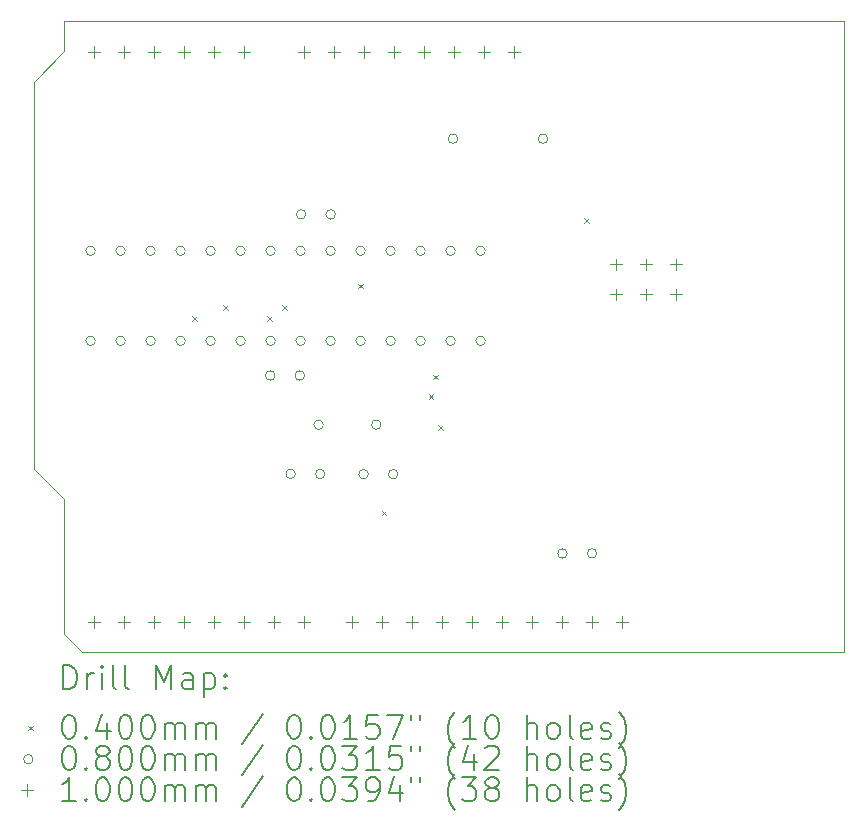
<source format=gbr>
%FSLAX45Y45*%
G04 Gerber Fmt 4.5, Leading zero omitted, Abs format (unit mm)*
G04 Created by KiCad (PCBNEW (6.0.6)) date 2022-12-20 11:12:05*
%MOMM*%
%LPD*%
G01*
G04 APERTURE LIST*
%TA.AperFunction,Profile*%
%ADD10C,0.100000*%
%TD*%
%ADD11C,0.200000*%
%ADD12C,0.040000*%
%ADD13C,0.080000*%
%ADD14C,0.100000*%
G04 APERTURE END LIST*
D10*
X7967980Y-11612880D02*
X7967980Y-10472420D01*
X14574520Y-11765280D02*
X8120380Y-11765280D01*
X7711440Y-6939280D02*
X7965440Y-6680200D01*
X7967980Y-10472420D02*
X7711440Y-10213340D01*
X7965440Y-6421120D02*
X14574520Y-6423660D01*
X7965440Y-6680200D02*
X7965440Y-6421120D01*
X7711440Y-10213340D02*
X7711440Y-6939280D01*
X8120380Y-11765280D02*
X7967980Y-11612880D01*
X14574520Y-6423660D02*
X14574520Y-11765280D01*
D11*
D12*
X9055420Y-8925880D02*
X9095420Y-8965880D01*
X9095420Y-8925880D02*
X9055420Y-8965880D01*
X9314500Y-8831900D02*
X9354500Y-8871900D01*
X9354500Y-8831900D02*
X9314500Y-8871900D01*
X9690420Y-8925880D02*
X9730420Y-8965880D01*
X9730420Y-8925880D02*
X9690420Y-8965880D01*
X9817420Y-8831900D02*
X9857420Y-8871900D01*
X9857420Y-8831900D02*
X9817420Y-8871900D01*
X10460040Y-8647410D02*
X10500040Y-8687410D01*
X10500040Y-8647410D02*
X10460040Y-8687410D01*
X10658160Y-10569260D02*
X10698160Y-10609260D01*
X10698160Y-10569260D02*
X10658160Y-10609260D01*
X11056940Y-9586280D02*
X11096940Y-9626280D01*
X11096940Y-9586280D02*
X11056940Y-9626280D01*
X11092500Y-9418640D02*
X11132500Y-9458640D01*
X11132500Y-9418640D02*
X11092500Y-9458640D01*
X11135680Y-9847900D02*
X11175680Y-9887900D01*
X11175680Y-9847900D02*
X11135680Y-9887900D01*
X12370120Y-8092760D02*
X12410120Y-8132760D01*
X12410120Y-8092760D02*
X12370120Y-8132760D01*
D13*
X8234040Y-8369300D02*
G75*
G03*
X8234040Y-8369300I-40000J0D01*
G01*
X8234040Y-9131300D02*
G75*
G03*
X8234040Y-9131300I-40000J0D01*
G01*
X8488040Y-8369300D02*
G75*
G03*
X8488040Y-8369300I-40000J0D01*
G01*
X8488040Y-9131300D02*
G75*
G03*
X8488040Y-9131300I-40000J0D01*
G01*
X8742040Y-8369300D02*
G75*
G03*
X8742040Y-8369300I-40000J0D01*
G01*
X8742040Y-9131300D02*
G75*
G03*
X8742040Y-9131300I-40000J0D01*
G01*
X8996040Y-8369300D02*
G75*
G03*
X8996040Y-8369300I-40000J0D01*
G01*
X8996040Y-9131300D02*
G75*
G03*
X8996040Y-9131300I-40000J0D01*
G01*
X9250040Y-8369300D02*
G75*
G03*
X9250040Y-8369300I-40000J0D01*
G01*
X9250040Y-9131300D02*
G75*
G03*
X9250040Y-9131300I-40000J0D01*
G01*
X9504040Y-8369300D02*
G75*
G03*
X9504040Y-8369300I-40000J0D01*
G01*
X9504040Y-9131300D02*
G75*
G03*
X9504040Y-9131300I-40000J0D01*
G01*
X9754960Y-9425940D02*
G75*
G03*
X9754960Y-9425940I-40000J0D01*
G01*
X9758040Y-8369300D02*
G75*
G03*
X9758040Y-8369300I-40000J0D01*
G01*
X9758040Y-9131300D02*
G75*
G03*
X9758040Y-9131300I-40000J0D01*
G01*
X9927680Y-10259060D02*
G75*
G03*
X9927680Y-10259060I-40000J0D01*
G01*
X10004960Y-9425940D02*
G75*
G03*
X10004960Y-9425940I-40000J0D01*
G01*
X10012040Y-8369300D02*
G75*
G03*
X10012040Y-8369300I-40000J0D01*
G01*
X10012040Y-9131300D02*
G75*
G03*
X10012040Y-9131300I-40000J0D01*
G01*
X10016580Y-8061960D02*
G75*
G03*
X10016580Y-8061960I-40000J0D01*
G01*
X10164440Y-9842500D02*
G75*
G03*
X10164440Y-9842500I-40000J0D01*
G01*
X10177680Y-10259060D02*
G75*
G03*
X10177680Y-10259060I-40000J0D01*
G01*
X10266040Y-8369300D02*
G75*
G03*
X10266040Y-8369300I-40000J0D01*
G01*
X10266040Y-9131300D02*
G75*
G03*
X10266040Y-9131300I-40000J0D01*
G01*
X10266580Y-8061960D02*
G75*
G03*
X10266580Y-8061960I-40000J0D01*
G01*
X10520040Y-8369300D02*
G75*
G03*
X10520040Y-8369300I-40000J0D01*
G01*
X10520040Y-9131300D02*
G75*
G03*
X10520040Y-9131300I-40000J0D01*
G01*
X10545440Y-10261600D02*
G75*
G03*
X10545440Y-10261600I-40000J0D01*
G01*
X10652440Y-9842500D02*
G75*
G03*
X10652440Y-9842500I-40000J0D01*
G01*
X10774040Y-8369300D02*
G75*
G03*
X10774040Y-8369300I-40000J0D01*
G01*
X10774040Y-9131300D02*
G75*
G03*
X10774040Y-9131300I-40000J0D01*
G01*
X10795440Y-10261600D02*
G75*
G03*
X10795440Y-10261600I-40000J0D01*
G01*
X11028040Y-8369300D02*
G75*
G03*
X11028040Y-8369300I-40000J0D01*
G01*
X11028040Y-9131300D02*
G75*
G03*
X11028040Y-9131300I-40000J0D01*
G01*
X11282040Y-8369300D02*
G75*
G03*
X11282040Y-8369300I-40000J0D01*
G01*
X11282040Y-9131300D02*
G75*
G03*
X11282040Y-9131300I-40000J0D01*
G01*
X11302360Y-7421880D02*
G75*
G03*
X11302360Y-7421880I-40000J0D01*
G01*
X11536040Y-8369300D02*
G75*
G03*
X11536040Y-8369300I-40000J0D01*
G01*
X11536040Y-9131300D02*
G75*
G03*
X11536040Y-9131300I-40000J0D01*
G01*
X12064360Y-7421880D02*
G75*
G03*
X12064360Y-7421880I-40000J0D01*
G01*
X12228920Y-10932160D02*
G75*
G03*
X12228920Y-10932160I-40000J0D01*
G01*
X12478920Y-10932160D02*
G75*
G03*
X12478920Y-10932160I-40000J0D01*
G01*
D14*
X8224520Y-6635280D02*
X8224520Y-6735280D01*
X8174520Y-6685280D02*
X8274520Y-6685280D01*
X8224520Y-11461280D02*
X8224520Y-11561280D01*
X8174520Y-11511280D02*
X8274520Y-11511280D01*
X8478520Y-6635280D02*
X8478520Y-6735280D01*
X8428520Y-6685280D02*
X8528520Y-6685280D01*
X8478520Y-11461280D02*
X8478520Y-11561280D01*
X8428520Y-11511280D02*
X8528520Y-11511280D01*
X8732520Y-6635280D02*
X8732520Y-6735280D01*
X8682520Y-6685280D02*
X8782520Y-6685280D01*
X8732520Y-11461280D02*
X8732520Y-11561280D01*
X8682520Y-11511280D02*
X8782520Y-11511280D01*
X8986520Y-6635280D02*
X8986520Y-6735280D01*
X8936520Y-6685280D02*
X9036520Y-6685280D01*
X8986520Y-11461280D02*
X8986520Y-11561280D01*
X8936520Y-11511280D02*
X9036520Y-11511280D01*
X9240520Y-6635280D02*
X9240520Y-6735280D01*
X9190520Y-6685280D02*
X9290520Y-6685280D01*
X9240520Y-11461280D02*
X9240520Y-11561280D01*
X9190520Y-11511280D02*
X9290520Y-11511280D01*
X9494520Y-6635280D02*
X9494520Y-6735280D01*
X9444520Y-6685280D02*
X9544520Y-6685280D01*
X9494520Y-11461280D02*
X9494520Y-11561280D01*
X9444520Y-11511280D02*
X9544520Y-11511280D01*
X9748520Y-11461280D02*
X9748520Y-11561280D01*
X9698520Y-11511280D02*
X9798520Y-11511280D01*
X10002520Y-6635280D02*
X10002520Y-6735280D01*
X9952520Y-6685280D02*
X10052520Y-6685280D01*
X10002520Y-11461280D02*
X10002520Y-11561280D01*
X9952520Y-11511280D02*
X10052520Y-11511280D01*
X10256520Y-6635280D02*
X10256520Y-6735280D01*
X10206520Y-6685280D02*
X10306520Y-6685280D01*
X10408520Y-11461280D02*
X10408520Y-11561280D01*
X10358520Y-11511280D02*
X10458520Y-11511280D01*
X10510520Y-6635280D02*
X10510520Y-6735280D01*
X10460520Y-6685280D02*
X10560520Y-6685280D01*
X10662520Y-11461280D02*
X10662520Y-11561280D01*
X10612520Y-11511280D02*
X10712520Y-11511280D01*
X10764520Y-6635280D02*
X10764520Y-6735280D01*
X10714520Y-6685280D02*
X10814520Y-6685280D01*
X10916520Y-11461280D02*
X10916520Y-11561280D01*
X10866520Y-11511280D02*
X10966520Y-11511280D01*
X11018520Y-6635280D02*
X11018520Y-6735280D01*
X10968520Y-6685280D02*
X11068520Y-6685280D01*
X11170520Y-11461280D02*
X11170520Y-11561280D01*
X11120520Y-11511280D02*
X11220520Y-11511280D01*
X11272520Y-6635280D02*
X11272520Y-6735280D01*
X11222520Y-6685280D02*
X11322520Y-6685280D01*
X11424520Y-11461280D02*
X11424520Y-11561280D01*
X11374520Y-11511280D02*
X11474520Y-11511280D01*
X11526520Y-6635280D02*
X11526520Y-6735280D01*
X11476520Y-6685280D02*
X11576520Y-6685280D01*
X11678520Y-11461280D02*
X11678520Y-11561280D01*
X11628520Y-11511280D02*
X11728520Y-11511280D01*
X11780520Y-6635280D02*
X11780520Y-6735280D01*
X11730520Y-6685280D02*
X11830520Y-6685280D01*
X11932520Y-11461280D02*
X11932520Y-11561280D01*
X11882520Y-11511280D02*
X11982520Y-11511280D01*
X12186520Y-11461280D02*
X12186520Y-11561280D01*
X12136520Y-11511280D02*
X12236520Y-11511280D01*
X12440520Y-11461280D02*
X12440520Y-11561280D01*
X12390520Y-11511280D02*
X12490520Y-11511280D01*
X12645160Y-8435640D02*
X12645160Y-8535640D01*
X12595160Y-8485640D02*
X12695160Y-8485640D01*
X12645160Y-8689640D02*
X12645160Y-8789640D01*
X12595160Y-8739640D02*
X12695160Y-8739640D01*
X12694520Y-11461280D02*
X12694520Y-11561280D01*
X12644520Y-11511280D02*
X12744520Y-11511280D01*
X12899160Y-8435640D02*
X12899160Y-8535640D01*
X12849160Y-8485640D02*
X12949160Y-8485640D01*
X12899160Y-8689640D02*
X12899160Y-8789640D01*
X12849160Y-8739640D02*
X12949160Y-8739640D01*
X13153160Y-8435640D02*
X13153160Y-8535640D01*
X13103160Y-8485640D02*
X13203160Y-8485640D01*
X13153160Y-8689640D02*
X13153160Y-8789640D01*
X13103160Y-8739640D02*
X13203160Y-8739640D01*
D11*
X7964059Y-12080756D02*
X7964059Y-11880756D01*
X8011678Y-11880756D01*
X8040249Y-11890280D01*
X8059297Y-11909328D01*
X8068821Y-11928375D01*
X8078345Y-11966470D01*
X8078345Y-11995042D01*
X8068821Y-12033137D01*
X8059297Y-12052185D01*
X8040249Y-12071232D01*
X8011678Y-12080756D01*
X7964059Y-12080756D01*
X8164059Y-12080756D02*
X8164059Y-11947423D01*
X8164059Y-11985518D02*
X8173583Y-11966470D01*
X8183107Y-11956947D01*
X8202154Y-11947423D01*
X8221202Y-11947423D01*
X8287868Y-12080756D02*
X8287868Y-11947423D01*
X8287868Y-11880756D02*
X8278345Y-11890280D01*
X8287868Y-11899804D01*
X8297392Y-11890280D01*
X8287868Y-11880756D01*
X8287868Y-11899804D01*
X8411678Y-12080756D02*
X8392630Y-12071232D01*
X8383107Y-12052185D01*
X8383107Y-11880756D01*
X8516440Y-12080756D02*
X8497392Y-12071232D01*
X8487869Y-12052185D01*
X8487869Y-11880756D01*
X8745011Y-12080756D02*
X8745011Y-11880756D01*
X8811678Y-12023613D01*
X8878345Y-11880756D01*
X8878345Y-12080756D01*
X9059297Y-12080756D02*
X9059297Y-11975994D01*
X9049773Y-11956947D01*
X9030726Y-11947423D01*
X8992630Y-11947423D01*
X8973583Y-11956947D01*
X9059297Y-12071232D02*
X9040250Y-12080756D01*
X8992630Y-12080756D01*
X8973583Y-12071232D01*
X8964059Y-12052185D01*
X8964059Y-12033137D01*
X8973583Y-12014089D01*
X8992630Y-12004566D01*
X9040250Y-12004566D01*
X9059297Y-11995042D01*
X9154535Y-11947423D02*
X9154535Y-12147423D01*
X9154535Y-11956947D02*
X9173583Y-11947423D01*
X9211678Y-11947423D01*
X9230726Y-11956947D01*
X9240250Y-11966470D01*
X9249773Y-11985518D01*
X9249773Y-12042661D01*
X9240250Y-12061708D01*
X9230726Y-12071232D01*
X9211678Y-12080756D01*
X9173583Y-12080756D01*
X9154535Y-12071232D01*
X9335488Y-12061708D02*
X9345011Y-12071232D01*
X9335488Y-12080756D01*
X9325964Y-12071232D01*
X9335488Y-12061708D01*
X9335488Y-12080756D01*
X9335488Y-11956947D02*
X9345011Y-11966470D01*
X9335488Y-11975994D01*
X9325964Y-11966470D01*
X9335488Y-11956947D01*
X9335488Y-11975994D01*
D12*
X7666440Y-12390280D02*
X7706440Y-12430280D01*
X7706440Y-12390280D02*
X7666440Y-12430280D01*
D11*
X8002154Y-12300756D02*
X8021202Y-12300756D01*
X8040249Y-12310280D01*
X8049773Y-12319804D01*
X8059297Y-12338851D01*
X8068821Y-12376947D01*
X8068821Y-12424566D01*
X8059297Y-12462661D01*
X8049773Y-12481708D01*
X8040249Y-12491232D01*
X8021202Y-12500756D01*
X8002154Y-12500756D01*
X7983107Y-12491232D01*
X7973583Y-12481708D01*
X7964059Y-12462661D01*
X7954535Y-12424566D01*
X7954535Y-12376947D01*
X7964059Y-12338851D01*
X7973583Y-12319804D01*
X7983107Y-12310280D01*
X8002154Y-12300756D01*
X8154535Y-12481708D02*
X8164059Y-12491232D01*
X8154535Y-12500756D01*
X8145011Y-12491232D01*
X8154535Y-12481708D01*
X8154535Y-12500756D01*
X8335488Y-12367423D02*
X8335488Y-12500756D01*
X8287868Y-12291232D02*
X8240249Y-12434089D01*
X8364059Y-12434089D01*
X8478345Y-12300756D02*
X8497392Y-12300756D01*
X8516440Y-12310280D01*
X8525964Y-12319804D01*
X8535488Y-12338851D01*
X8545011Y-12376947D01*
X8545011Y-12424566D01*
X8535488Y-12462661D01*
X8525964Y-12481708D01*
X8516440Y-12491232D01*
X8497392Y-12500756D01*
X8478345Y-12500756D01*
X8459297Y-12491232D01*
X8449773Y-12481708D01*
X8440250Y-12462661D01*
X8430726Y-12424566D01*
X8430726Y-12376947D01*
X8440250Y-12338851D01*
X8449773Y-12319804D01*
X8459297Y-12310280D01*
X8478345Y-12300756D01*
X8668821Y-12300756D02*
X8687869Y-12300756D01*
X8706916Y-12310280D01*
X8716440Y-12319804D01*
X8725964Y-12338851D01*
X8735488Y-12376947D01*
X8735488Y-12424566D01*
X8725964Y-12462661D01*
X8716440Y-12481708D01*
X8706916Y-12491232D01*
X8687869Y-12500756D01*
X8668821Y-12500756D01*
X8649773Y-12491232D01*
X8640250Y-12481708D01*
X8630726Y-12462661D01*
X8621202Y-12424566D01*
X8621202Y-12376947D01*
X8630726Y-12338851D01*
X8640250Y-12319804D01*
X8649773Y-12310280D01*
X8668821Y-12300756D01*
X8821202Y-12500756D02*
X8821202Y-12367423D01*
X8821202Y-12386470D02*
X8830726Y-12376947D01*
X8849773Y-12367423D01*
X8878345Y-12367423D01*
X8897392Y-12376947D01*
X8906916Y-12395994D01*
X8906916Y-12500756D01*
X8906916Y-12395994D02*
X8916440Y-12376947D01*
X8935488Y-12367423D01*
X8964059Y-12367423D01*
X8983107Y-12376947D01*
X8992630Y-12395994D01*
X8992630Y-12500756D01*
X9087869Y-12500756D02*
X9087869Y-12367423D01*
X9087869Y-12386470D02*
X9097392Y-12376947D01*
X9116440Y-12367423D01*
X9145011Y-12367423D01*
X9164059Y-12376947D01*
X9173583Y-12395994D01*
X9173583Y-12500756D01*
X9173583Y-12395994D02*
X9183107Y-12376947D01*
X9202154Y-12367423D01*
X9230726Y-12367423D01*
X9249773Y-12376947D01*
X9259297Y-12395994D01*
X9259297Y-12500756D01*
X9649773Y-12291232D02*
X9478345Y-12548375D01*
X9906916Y-12300756D02*
X9925964Y-12300756D01*
X9945011Y-12310280D01*
X9954535Y-12319804D01*
X9964059Y-12338851D01*
X9973583Y-12376947D01*
X9973583Y-12424566D01*
X9964059Y-12462661D01*
X9954535Y-12481708D01*
X9945011Y-12491232D01*
X9925964Y-12500756D01*
X9906916Y-12500756D01*
X9887869Y-12491232D01*
X9878345Y-12481708D01*
X9868821Y-12462661D01*
X9859297Y-12424566D01*
X9859297Y-12376947D01*
X9868821Y-12338851D01*
X9878345Y-12319804D01*
X9887869Y-12310280D01*
X9906916Y-12300756D01*
X10059297Y-12481708D02*
X10068821Y-12491232D01*
X10059297Y-12500756D01*
X10049773Y-12491232D01*
X10059297Y-12481708D01*
X10059297Y-12500756D01*
X10192630Y-12300756D02*
X10211678Y-12300756D01*
X10230726Y-12310280D01*
X10240250Y-12319804D01*
X10249773Y-12338851D01*
X10259297Y-12376947D01*
X10259297Y-12424566D01*
X10249773Y-12462661D01*
X10240250Y-12481708D01*
X10230726Y-12491232D01*
X10211678Y-12500756D01*
X10192630Y-12500756D01*
X10173583Y-12491232D01*
X10164059Y-12481708D01*
X10154535Y-12462661D01*
X10145011Y-12424566D01*
X10145011Y-12376947D01*
X10154535Y-12338851D01*
X10164059Y-12319804D01*
X10173583Y-12310280D01*
X10192630Y-12300756D01*
X10449773Y-12500756D02*
X10335488Y-12500756D01*
X10392630Y-12500756D02*
X10392630Y-12300756D01*
X10373583Y-12329328D01*
X10354535Y-12348375D01*
X10335488Y-12357899D01*
X10630726Y-12300756D02*
X10535488Y-12300756D01*
X10525964Y-12395994D01*
X10535488Y-12386470D01*
X10554535Y-12376947D01*
X10602154Y-12376947D01*
X10621202Y-12386470D01*
X10630726Y-12395994D01*
X10640250Y-12415042D01*
X10640250Y-12462661D01*
X10630726Y-12481708D01*
X10621202Y-12491232D01*
X10602154Y-12500756D01*
X10554535Y-12500756D01*
X10535488Y-12491232D01*
X10525964Y-12481708D01*
X10706916Y-12300756D02*
X10840250Y-12300756D01*
X10754535Y-12500756D01*
X10906916Y-12300756D02*
X10906916Y-12338851D01*
X10983107Y-12300756D02*
X10983107Y-12338851D01*
X11278345Y-12576947D02*
X11268821Y-12567423D01*
X11249773Y-12538851D01*
X11240249Y-12519804D01*
X11230726Y-12491232D01*
X11221202Y-12443613D01*
X11221202Y-12405518D01*
X11230726Y-12357899D01*
X11240249Y-12329328D01*
X11249773Y-12310280D01*
X11268821Y-12281708D01*
X11278345Y-12272185D01*
X11459297Y-12500756D02*
X11345011Y-12500756D01*
X11402154Y-12500756D02*
X11402154Y-12300756D01*
X11383107Y-12329328D01*
X11364059Y-12348375D01*
X11345011Y-12357899D01*
X11583107Y-12300756D02*
X11602154Y-12300756D01*
X11621202Y-12310280D01*
X11630726Y-12319804D01*
X11640249Y-12338851D01*
X11649773Y-12376947D01*
X11649773Y-12424566D01*
X11640249Y-12462661D01*
X11630726Y-12481708D01*
X11621202Y-12491232D01*
X11602154Y-12500756D01*
X11583107Y-12500756D01*
X11564059Y-12491232D01*
X11554535Y-12481708D01*
X11545011Y-12462661D01*
X11535488Y-12424566D01*
X11535488Y-12376947D01*
X11545011Y-12338851D01*
X11554535Y-12319804D01*
X11564059Y-12310280D01*
X11583107Y-12300756D01*
X11887868Y-12500756D02*
X11887868Y-12300756D01*
X11973583Y-12500756D02*
X11973583Y-12395994D01*
X11964059Y-12376947D01*
X11945011Y-12367423D01*
X11916440Y-12367423D01*
X11897392Y-12376947D01*
X11887868Y-12386470D01*
X12097392Y-12500756D02*
X12078345Y-12491232D01*
X12068821Y-12481708D01*
X12059297Y-12462661D01*
X12059297Y-12405518D01*
X12068821Y-12386470D01*
X12078345Y-12376947D01*
X12097392Y-12367423D01*
X12125964Y-12367423D01*
X12145011Y-12376947D01*
X12154535Y-12386470D01*
X12164059Y-12405518D01*
X12164059Y-12462661D01*
X12154535Y-12481708D01*
X12145011Y-12491232D01*
X12125964Y-12500756D01*
X12097392Y-12500756D01*
X12278345Y-12500756D02*
X12259297Y-12491232D01*
X12249773Y-12472185D01*
X12249773Y-12300756D01*
X12430726Y-12491232D02*
X12411678Y-12500756D01*
X12373583Y-12500756D01*
X12354535Y-12491232D01*
X12345011Y-12472185D01*
X12345011Y-12395994D01*
X12354535Y-12376947D01*
X12373583Y-12367423D01*
X12411678Y-12367423D01*
X12430726Y-12376947D01*
X12440249Y-12395994D01*
X12440249Y-12415042D01*
X12345011Y-12434089D01*
X12516440Y-12491232D02*
X12535488Y-12500756D01*
X12573583Y-12500756D01*
X12592630Y-12491232D01*
X12602154Y-12472185D01*
X12602154Y-12462661D01*
X12592630Y-12443613D01*
X12573583Y-12434089D01*
X12545011Y-12434089D01*
X12525964Y-12424566D01*
X12516440Y-12405518D01*
X12516440Y-12395994D01*
X12525964Y-12376947D01*
X12545011Y-12367423D01*
X12573583Y-12367423D01*
X12592630Y-12376947D01*
X12668821Y-12576947D02*
X12678345Y-12567423D01*
X12697392Y-12538851D01*
X12706916Y-12519804D01*
X12716440Y-12491232D01*
X12725964Y-12443613D01*
X12725964Y-12405518D01*
X12716440Y-12357899D01*
X12706916Y-12329328D01*
X12697392Y-12310280D01*
X12678345Y-12281708D01*
X12668821Y-12272185D01*
D13*
X7706440Y-12674280D02*
G75*
G03*
X7706440Y-12674280I-40000J0D01*
G01*
D11*
X8002154Y-12564756D02*
X8021202Y-12564756D01*
X8040249Y-12574280D01*
X8049773Y-12583804D01*
X8059297Y-12602851D01*
X8068821Y-12640947D01*
X8068821Y-12688566D01*
X8059297Y-12726661D01*
X8049773Y-12745708D01*
X8040249Y-12755232D01*
X8021202Y-12764756D01*
X8002154Y-12764756D01*
X7983107Y-12755232D01*
X7973583Y-12745708D01*
X7964059Y-12726661D01*
X7954535Y-12688566D01*
X7954535Y-12640947D01*
X7964059Y-12602851D01*
X7973583Y-12583804D01*
X7983107Y-12574280D01*
X8002154Y-12564756D01*
X8154535Y-12745708D02*
X8164059Y-12755232D01*
X8154535Y-12764756D01*
X8145011Y-12755232D01*
X8154535Y-12745708D01*
X8154535Y-12764756D01*
X8278345Y-12650470D02*
X8259297Y-12640947D01*
X8249773Y-12631423D01*
X8240249Y-12612375D01*
X8240249Y-12602851D01*
X8249773Y-12583804D01*
X8259297Y-12574280D01*
X8278345Y-12564756D01*
X8316440Y-12564756D01*
X8335488Y-12574280D01*
X8345011Y-12583804D01*
X8354535Y-12602851D01*
X8354535Y-12612375D01*
X8345011Y-12631423D01*
X8335488Y-12640947D01*
X8316440Y-12650470D01*
X8278345Y-12650470D01*
X8259297Y-12659994D01*
X8249773Y-12669518D01*
X8240249Y-12688566D01*
X8240249Y-12726661D01*
X8249773Y-12745708D01*
X8259297Y-12755232D01*
X8278345Y-12764756D01*
X8316440Y-12764756D01*
X8335488Y-12755232D01*
X8345011Y-12745708D01*
X8354535Y-12726661D01*
X8354535Y-12688566D01*
X8345011Y-12669518D01*
X8335488Y-12659994D01*
X8316440Y-12650470D01*
X8478345Y-12564756D02*
X8497392Y-12564756D01*
X8516440Y-12574280D01*
X8525964Y-12583804D01*
X8535488Y-12602851D01*
X8545011Y-12640947D01*
X8545011Y-12688566D01*
X8535488Y-12726661D01*
X8525964Y-12745708D01*
X8516440Y-12755232D01*
X8497392Y-12764756D01*
X8478345Y-12764756D01*
X8459297Y-12755232D01*
X8449773Y-12745708D01*
X8440250Y-12726661D01*
X8430726Y-12688566D01*
X8430726Y-12640947D01*
X8440250Y-12602851D01*
X8449773Y-12583804D01*
X8459297Y-12574280D01*
X8478345Y-12564756D01*
X8668821Y-12564756D02*
X8687869Y-12564756D01*
X8706916Y-12574280D01*
X8716440Y-12583804D01*
X8725964Y-12602851D01*
X8735488Y-12640947D01*
X8735488Y-12688566D01*
X8725964Y-12726661D01*
X8716440Y-12745708D01*
X8706916Y-12755232D01*
X8687869Y-12764756D01*
X8668821Y-12764756D01*
X8649773Y-12755232D01*
X8640250Y-12745708D01*
X8630726Y-12726661D01*
X8621202Y-12688566D01*
X8621202Y-12640947D01*
X8630726Y-12602851D01*
X8640250Y-12583804D01*
X8649773Y-12574280D01*
X8668821Y-12564756D01*
X8821202Y-12764756D02*
X8821202Y-12631423D01*
X8821202Y-12650470D02*
X8830726Y-12640947D01*
X8849773Y-12631423D01*
X8878345Y-12631423D01*
X8897392Y-12640947D01*
X8906916Y-12659994D01*
X8906916Y-12764756D01*
X8906916Y-12659994D02*
X8916440Y-12640947D01*
X8935488Y-12631423D01*
X8964059Y-12631423D01*
X8983107Y-12640947D01*
X8992630Y-12659994D01*
X8992630Y-12764756D01*
X9087869Y-12764756D02*
X9087869Y-12631423D01*
X9087869Y-12650470D02*
X9097392Y-12640947D01*
X9116440Y-12631423D01*
X9145011Y-12631423D01*
X9164059Y-12640947D01*
X9173583Y-12659994D01*
X9173583Y-12764756D01*
X9173583Y-12659994D02*
X9183107Y-12640947D01*
X9202154Y-12631423D01*
X9230726Y-12631423D01*
X9249773Y-12640947D01*
X9259297Y-12659994D01*
X9259297Y-12764756D01*
X9649773Y-12555232D02*
X9478345Y-12812375D01*
X9906916Y-12564756D02*
X9925964Y-12564756D01*
X9945011Y-12574280D01*
X9954535Y-12583804D01*
X9964059Y-12602851D01*
X9973583Y-12640947D01*
X9973583Y-12688566D01*
X9964059Y-12726661D01*
X9954535Y-12745708D01*
X9945011Y-12755232D01*
X9925964Y-12764756D01*
X9906916Y-12764756D01*
X9887869Y-12755232D01*
X9878345Y-12745708D01*
X9868821Y-12726661D01*
X9859297Y-12688566D01*
X9859297Y-12640947D01*
X9868821Y-12602851D01*
X9878345Y-12583804D01*
X9887869Y-12574280D01*
X9906916Y-12564756D01*
X10059297Y-12745708D02*
X10068821Y-12755232D01*
X10059297Y-12764756D01*
X10049773Y-12755232D01*
X10059297Y-12745708D01*
X10059297Y-12764756D01*
X10192630Y-12564756D02*
X10211678Y-12564756D01*
X10230726Y-12574280D01*
X10240250Y-12583804D01*
X10249773Y-12602851D01*
X10259297Y-12640947D01*
X10259297Y-12688566D01*
X10249773Y-12726661D01*
X10240250Y-12745708D01*
X10230726Y-12755232D01*
X10211678Y-12764756D01*
X10192630Y-12764756D01*
X10173583Y-12755232D01*
X10164059Y-12745708D01*
X10154535Y-12726661D01*
X10145011Y-12688566D01*
X10145011Y-12640947D01*
X10154535Y-12602851D01*
X10164059Y-12583804D01*
X10173583Y-12574280D01*
X10192630Y-12564756D01*
X10325964Y-12564756D02*
X10449773Y-12564756D01*
X10383107Y-12640947D01*
X10411678Y-12640947D01*
X10430726Y-12650470D01*
X10440250Y-12659994D01*
X10449773Y-12679042D01*
X10449773Y-12726661D01*
X10440250Y-12745708D01*
X10430726Y-12755232D01*
X10411678Y-12764756D01*
X10354535Y-12764756D01*
X10335488Y-12755232D01*
X10325964Y-12745708D01*
X10640250Y-12764756D02*
X10525964Y-12764756D01*
X10583107Y-12764756D02*
X10583107Y-12564756D01*
X10564059Y-12593328D01*
X10545011Y-12612375D01*
X10525964Y-12621899D01*
X10821202Y-12564756D02*
X10725964Y-12564756D01*
X10716440Y-12659994D01*
X10725964Y-12650470D01*
X10745011Y-12640947D01*
X10792630Y-12640947D01*
X10811678Y-12650470D01*
X10821202Y-12659994D01*
X10830726Y-12679042D01*
X10830726Y-12726661D01*
X10821202Y-12745708D01*
X10811678Y-12755232D01*
X10792630Y-12764756D01*
X10745011Y-12764756D01*
X10725964Y-12755232D01*
X10716440Y-12745708D01*
X10906916Y-12564756D02*
X10906916Y-12602851D01*
X10983107Y-12564756D02*
X10983107Y-12602851D01*
X11278345Y-12840947D02*
X11268821Y-12831423D01*
X11249773Y-12802851D01*
X11240249Y-12783804D01*
X11230726Y-12755232D01*
X11221202Y-12707613D01*
X11221202Y-12669518D01*
X11230726Y-12621899D01*
X11240249Y-12593328D01*
X11249773Y-12574280D01*
X11268821Y-12545708D01*
X11278345Y-12536185D01*
X11440249Y-12631423D02*
X11440249Y-12764756D01*
X11392630Y-12555232D02*
X11345011Y-12698089D01*
X11468821Y-12698089D01*
X11535488Y-12583804D02*
X11545011Y-12574280D01*
X11564059Y-12564756D01*
X11611678Y-12564756D01*
X11630726Y-12574280D01*
X11640249Y-12583804D01*
X11649773Y-12602851D01*
X11649773Y-12621899D01*
X11640249Y-12650470D01*
X11525964Y-12764756D01*
X11649773Y-12764756D01*
X11887868Y-12764756D02*
X11887868Y-12564756D01*
X11973583Y-12764756D02*
X11973583Y-12659994D01*
X11964059Y-12640947D01*
X11945011Y-12631423D01*
X11916440Y-12631423D01*
X11897392Y-12640947D01*
X11887868Y-12650470D01*
X12097392Y-12764756D02*
X12078345Y-12755232D01*
X12068821Y-12745708D01*
X12059297Y-12726661D01*
X12059297Y-12669518D01*
X12068821Y-12650470D01*
X12078345Y-12640947D01*
X12097392Y-12631423D01*
X12125964Y-12631423D01*
X12145011Y-12640947D01*
X12154535Y-12650470D01*
X12164059Y-12669518D01*
X12164059Y-12726661D01*
X12154535Y-12745708D01*
X12145011Y-12755232D01*
X12125964Y-12764756D01*
X12097392Y-12764756D01*
X12278345Y-12764756D02*
X12259297Y-12755232D01*
X12249773Y-12736185D01*
X12249773Y-12564756D01*
X12430726Y-12755232D02*
X12411678Y-12764756D01*
X12373583Y-12764756D01*
X12354535Y-12755232D01*
X12345011Y-12736185D01*
X12345011Y-12659994D01*
X12354535Y-12640947D01*
X12373583Y-12631423D01*
X12411678Y-12631423D01*
X12430726Y-12640947D01*
X12440249Y-12659994D01*
X12440249Y-12679042D01*
X12345011Y-12698089D01*
X12516440Y-12755232D02*
X12535488Y-12764756D01*
X12573583Y-12764756D01*
X12592630Y-12755232D01*
X12602154Y-12736185D01*
X12602154Y-12726661D01*
X12592630Y-12707613D01*
X12573583Y-12698089D01*
X12545011Y-12698089D01*
X12525964Y-12688566D01*
X12516440Y-12669518D01*
X12516440Y-12659994D01*
X12525964Y-12640947D01*
X12545011Y-12631423D01*
X12573583Y-12631423D01*
X12592630Y-12640947D01*
X12668821Y-12840947D02*
X12678345Y-12831423D01*
X12697392Y-12802851D01*
X12706916Y-12783804D01*
X12716440Y-12755232D01*
X12725964Y-12707613D01*
X12725964Y-12669518D01*
X12716440Y-12621899D01*
X12706916Y-12593328D01*
X12697392Y-12574280D01*
X12678345Y-12545708D01*
X12668821Y-12536185D01*
D14*
X7656440Y-12888280D02*
X7656440Y-12988280D01*
X7606440Y-12938280D02*
X7706440Y-12938280D01*
D11*
X8068821Y-13028756D02*
X7954535Y-13028756D01*
X8011678Y-13028756D02*
X8011678Y-12828756D01*
X7992630Y-12857328D01*
X7973583Y-12876375D01*
X7954535Y-12885899D01*
X8154535Y-13009708D02*
X8164059Y-13019232D01*
X8154535Y-13028756D01*
X8145011Y-13019232D01*
X8154535Y-13009708D01*
X8154535Y-13028756D01*
X8287868Y-12828756D02*
X8306916Y-12828756D01*
X8325964Y-12838280D01*
X8335488Y-12847804D01*
X8345011Y-12866851D01*
X8354535Y-12904947D01*
X8354535Y-12952566D01*
X8345011Y-12990661D01*
X8335488Y-13009708D01*
X8325964Y-13019232D01*
X8306916Y-13028756D01*
X8287868Y-13028756D01*
X8268821Y-13019232D01*
X8259297Y-13009708D01*
X8249773Y-12990661D01*
X8240249Y-12952566D01*
X8240249Y-12904947D01*
X8249773Y-12866851D01*
X8259297Y-12847804D01*
X8268821Y-12838280D01*
X8287868Y-12828756D01*
X8478345Y-12828756D02*
X8497392Y-12828756D01*
X8516440Y-12838280D01*
X8525964Y-12847804D01*
X8535488Y-12866851D01*
X8545011Y-12904947D01*
X8545011Y-12952566D01*
X8535488Y-12990661D01*
X8525964Y-13009708D01*
X8516440Y-13019232D01*
X8497392Y-13028756D01*
X8478345Y-13028756D01*
X8459297Y-13019232D01*
X8449773Y-13009708D01*
X8440250Y-12990661D01*
X8430726Y-12952566D01*
X8430726Y-12904947D01*
X8440250Y-12866851D01*
X8449773Y-12847804D01*
X8459297Y-12838280D01*
X8478345Y-12828756D01*
X8668821Y-12828756D02*
X8687869Y-12828756D01*
X8706916Y-12838280D01*
X8716440Y-12847804D01*
X8725964Y-12866851D01*
X8735488Y-12904947D01*
X8735488Y-12952566D01*
X8725964Y-12990661D01*
X8716440Y-13009708D01*
X8706916Y-13019232D01*
X8687869Y-13028756D01*
X8668821Y-13028756D01*
X8649773Y-13019232D01*
X8640250Y-13009708D01*
X8630726Y-12990661D01*
X8621202Y-12952566D01*
X8621202Y-12904947D01*
X8630726Y-12866851D01*
X8640250Y-12847804D01*
X8649773Y-12838280D01*
X8668821Y-12828756D01*
X8821202Y-13028756D02*
X8821202Y-12895423D01*
X8821202Y-12914470D02*
X8830726Y-12904947D01*
X8849773Y-12895423D01*
X8878345Y-12895423D01*
X8897392Y-12904947D01*
X8906916Y-12923994D01*
X8906916Y-13028756D01*
X8906916Y-12923994D02*
X8916440Y-12904947D01*
X8935488Y-12895423D01*
X8964059Y-12895423D01*
X8983107Y-12904947D01*
X8992630Y-12923994D01*
X8992630Y-13028756D01*
X9087869Y-13028756D02*
X9087869Y-12895423D01*
X9087869Y-12914470D02*
X9097392Y-12904947D01*
X9116440Y-12895423D01*
X9145011Y-12895423D01*
X9164059Y-12904947D01*
X9173583Y-12923994D01*
X9173583Y-13028756D01*
X9173583Y-12923994D02*
X9183107Y-12904947D01*
X9202154Y-12895423D01*
X9230726Y-12895423D01*
X9249773Y-12904947D01*
X9259297Y-12923994D01*
X9259297Y-13028756D01*
X9649773Y-12819232D02*
X9478345Y-13076375D01*
X9906916Y-12828756D02*
X9925964Y-12828756D01*
X9945011Y-12838280D01*
X9954535Y-12847804D01*
X9964059Y-12866851D01*
X9973583Y-12904947D01*
X9973583Y-12952566D01*
X9964059Y-12990661D01*
X9954535Y-13009708D01*
X9945011Y-13019232D01*
X9925964Y-13028756D01*
X9906916Y-13028756D01*
X9887869Y-13019232D01*
X9878345Y-13009708D01*
X9868821Y-12990661D01*
X9859297Y-12952566D01*
X9859297Y-12904947D01*
X9868821Y-12866851D01*
X9878345Y-12847804D01*
X9887869Y-12838280D01*
X9906916Y-12828756D01*
X10059297Y-13009708D02*
X10068821Y-13019232D01*
X10059297Y-13028756D01*
X10049773Y-13019232D01*
X10059297Y-13009708D01*
X10059297Y-13028756D01*
X10192630Y-12828756D02*
X10211678Y-12828756D01*
X10230726Y-12838280D01*
X10240250Y-12847804D01*
X10249773Y-12866851D01*
X10259297Y-12904947D01*
X10259297Y-12952566D01*
X10249773Y-12990661D01*
X10240250Y-13009708D01*
X10230726Y-13019232D01*
X10211678Y-13028756D01*
X10192630Y-13028756D01*
X10173583Y-13019232D01*
X10164059Y-13009708D01*
X10154535Y-12990661D01*
X10145011Y-12952566D01*
X10145011Y-12904947D01*
X10154535Y-12866851D01*
X10164059Y-12847804D01*
X10173583Y-12838280D01*
X10192630Y-12828756D01*
X10325964Y-12828756D02*
X10449773Y-12828756D01*
X10383107Y-12904947D01*
X10411678Y-12904947D01*
X10430726Y-12914470D01*
X10440250Y-12923994D01*
X10449773Y-12943042D01*
X10449773Y-12990661D01*
X10440250Y-13009708D01*
X10430726Y-13019232D01*
X10411678Y-13028756D01*
X10354535Y-13028756D01*
X10335488Y-13019232D01*
X10325964Y-13009708D01*
X10545011Y-13028756D02*
X10583107Y-13028756D01*
X10602154Y-13019232D01*
X10611678Y-13009708D01*
X10630726Y-12981137D01*
X10640250Y-12943042D01*
X10640250Y-12866851D01*
X10630726Y-12847804D01*
X10621202Y-12838280D01*
X10602154Y-12828756D01*
X10564059Y-12828756D01*
X10545011Y-12838280D01*
X10535488Y-12847804D01*
X10525964Y-12866851D01*
X10525964Y-12914470D01*
X10535488Y-12933518D01*
X10545011Y-12943042D01*
X10564059Y-12952566D01*
X10602154Y-12952566D01*
X10621202Y-12943042D01*
X10630726Y-12933518D01*
X10640250Y-12914470D01*
X10811678Y-12895423D02*
X10811678Y-13028756D01*
X10764059Y-12819232D02*
X10716440Y-12962089D01*
X10840250Y-12962089D01*
X10906916Y-12828756D02*
X10906916Y-12866851D01*
X10983107Y-12828756D02*
X10983107Y-12866851D01*
X11278345Y-13104947D02*
X11268821Y-13095423D01*
X11249773Y-13066851D01*
X11240249Y-13047804D01*
X11230726Y-13019232D01*
X11221202Y-12971613D01*
X11221202Y-12933518D01*
X11230726Y-12885899D01*
X11240249Y-12857328D01*
X11249773Y-12838280D01*
X11268821Y-12809708D01*
X11278345Y-12800185D01*
X11335488Y-12828756D02*
X11459297Y-12828756D01*
X11392630Y-12904947D01*
X11421202Y-12904947D01*
X11440249Y-12914470D01*
X11449773Y-12923994D01*
X11459297Y-12943042D01*
X11459297Y-12990661D01*
X11449773Y-13009708D01*
X11440249Y-13019232D01*
X11421202Y-13028756D01*
X11364059Y-13028756D01*
X11345011Y-13019232D01*
X11335488Y-13009708D01*
X11573583Y-12914470D02*
X11554535Y-12904947D01*
X11545011Y-12895423D01*
X11535488Y-12876375D01*
X11535488Y-12866851D01*
X11545011Y-12847804D01*
X11554535Y-12838280D01*
X11573583Y-12828756D01*
X11611678Y-12828756D01*
X11630726Y-12838280D01*
X11640249Y-12847804D01*
X11649773Y-12866851D01*
X11649773Y-12876375D01*
X11640249Y-12895423D01*
X11630726Y-12904947D01*
X11611678Y-12914470D01*
X11573583Y-12914470D01*
X11554535Y-12923994D01*
X11545011Y-12933518D01*
X11535488Y-12952566D01*
X11535488Y-12990661D01*
X11545011Y-13009708D01*
X11554535Y-13019232D01*
X11573583Y-13028756D01*
X11611678Y-13028756D01*
X11630726Y-13019232D01*
X11640249Y-13009708D01*
X11649773Y-12990661D01*
X11649773Y-12952566D01*
X11640249Y-12933518D01*
X11630726Y-12923994D01*
X11611678Y-12914470D01*
X11887868Y-13028756D02*
X11887868Y-12828756D01*
X11973583Y-13028756D02*
X11973583Y-12923994D01*
X11964059Y-12904947D01*
X11945011Y-12895423D01*
X11916440Y-12895423D01*
X11897392Y-12904947D01*
X11887868Y-12914470D01*
X12097392Y-13028756D02*
X12078345Y-13019232D01*
X12068821Y-13009708D01*
X12059297Y-12990661D01*
X12059297Y-12933518D01*
X12068821Y-12914470D01*
X12078345Y-12904947D01*
X12097392Y-12895423D01*
X12125964Y-12895423D01*
X12145011Y-12904947D01*
X12154535Y-12914470D01*
X12164059Y-12933518D01*
X12164059Y-12990661D01*
X12154535Y-13009708D01*
X12145011Y-13019232D01*
X12125964Y-13028756D01*
X12097392Y-13028756D01*
X12278345Y-13028756D02*
X12259297Y-13019232D01*
X12249773Y-13000185D01*
X12249773Y-12828756D01*
X12430726Y-13019232D02*
X12411678Y-13028756D01*
X12373583Y-13028756D01*
X12354535Y-13019232D01*
X12345011Y-13000185D01*
X12345011Y-12923994D01*
X12354535Y-12904947D01*
X12373583Y-12895423D01*
X12411678Y-12895423D01*
X12430726Y-12904947D01*
X12440249Y-12923994D01*
X12440249Y-12943042D01*
X12345011Y-12962089D01*
X12516440Y-13019232D02*
X12535488Y-13028756D01*
X12573583Y-13028756D01*
X12592630Y-13019232D01*
X12602154Y-13000185D01*
X12602154Y-12990661D01*
X12592630Y-12971613D01*
X12573583Y-12962089D01*
X12545011Y-12962089D01*
X12525964Y-12952566D01*
X12516440Y-12933518D01*
X12516440Y-12923994D01*
X12525964Y-12904947D01*
X12545011Y-12895423D01*
X12573583Y-12895423D01*
X12592630Y-12904947D01*
X12668821Y-13104947D02*
X12678345Y-13095423D01*
X12697392Y-13066851D01*
X12706916Y-13047804D01*
X12716440Y-13019232D01*
X12725964Y-12971613D01*
X12725964Y-12933518D01*
X12716440Y-12885899D01*
X12706916Y-12857328D01*
X12697392Y-12838280D01*
X12678345Y-12809708D01*
X12668821Y-12800185D01*
M02*

</source>
